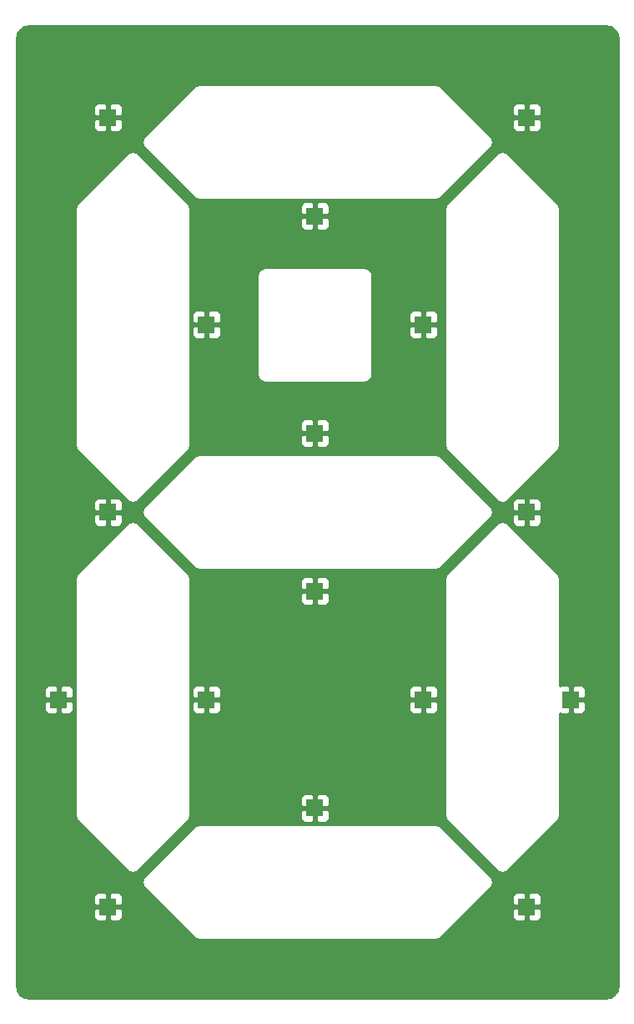
<source format=gbr>
G04 #@! TF.FileFunction,Copper,L2,Bot,Signal*
%FSLAX46Y46*%
G04 Gerber Fmt 4.6, Leading zero omitted, Abs format (unit mm)*
G04 Created by KiCad (PCBNEW 4.0.4+e1-6308~48~ubuntu16.04.1-stable) date Sun Jan 28 16:14:42 2018*
%MOMM*%
%LPD*%
G01*
G04 APERTURE LIST*
%ADD10C,0.100000*%
%ADD11R,1.700000X1.700000*%
%ADD12C,0.254000*%
G04 APERTURE END LIST*
D10*
D11*
X110000000Y-145000000D03*
X110000000Y-65000000D03*
X152500000Y-145000000D03*
X120000000Y-124000000D03*
X110000000Y-105000000D03*
X152500000Y-105000000D03*
X142000000Y-86000000D03*
X142000000Y-124000000D03*
X152500000Y-65000000D03*
X131000000Y-113000000D03*
X120000000Y-86000000D03*
X131000000Y-75000000D03*
X131000000Y-135000000D03*
X105000000Y-124000000D03*
X157000000Y-124000000D03*
X131000000Y-97000000D03*
D12*
G36*
X160988338Y-55821046D02*
X161402333Y-56097669D01*
X161678953Y-56511660D01*
X161790000Y-57069931D01*
X161790000Y-152930069D01*
X161678953Y-153488340D01*
X161402333Y-153902331D01*
X160988338Y-154178954D01*
X160430069Y-154290000D01*
X102069931Y-154290000D01*
X101511660Y-154178953D01*
X101097669Y-153902333D01*
X100821046Y-153488338D01*
X100710000Y-152930069D01*
X100710000Y-145285750D01*
X108515000Y-145285750D01*
X108515000Y-145976310D01*
X108611673Y-146209699D01*
X108790302Y-146388327D01*
X109023691Y-146485000D01*
X109714250Y-146485000D01*
X109873000Y-146326250D01*
X109873000Y-145127000D01*
X110127000Y-145127000D01*
X110127000Y-146326250D01*
X110285750Y-146485000D01*
X110976309Y-146485000D01*
X111209698Y-146388327D01*
X111388327Y-146209699D01*
X111485000Y-145976310D01*
X111485000Y-145285750D01*
X111326250Y-145127000D01*
X110127000Y-145127000D01*
X109873000Y-145127000D01*
X108673750Y-145127000D01*
X108515000Y-145285750D01*
X100710000Y-145285750D01*
X100710000Y-144023690D01*
X108515000Y-144023690D01*
X108515000Y-144714250D01*
X108673750Y-144873000D01*
X109873000Y-144873000D01*
X109873000Y-143673750D01*
X110127000Y-143673750D01*
X110127000Y-144873000D01*
X111326250Y-144873000D01*
X111485000Y-144714250D01*
X111485000Y-144023690D01*
X111388327Y-143790301D01*
X111209698Y-143611673D01*
X110976309Y-143515000D01*
X110285750Y-143515000D01*
X110127000Y-143673750D01*
X109873000Y-143673750D01*
X109714250Y-143515000D01*
X109023691Y-143515000D01*
X108790302Y-143611673D01*
X108611673Y-143790301D01*
X108515000Y-144023690D01*
X100710000Y-144023690D01*
X100710000Y-142500000D01*
X113435000Y-142500000D01*
X113498561Y-142819540D01*
X113679566Y-143090434D01*
X118679566Y-148090434D01*
X118950459Y-148271439D01*
X119270000Y-148335000D01*
X143230000Y-148335000D01*
X143549541Y-148271439D01*
X143820434Y-148090434D01*
X146625118Y-145285750D01*
X151015000Y-145285750D01*
X151015000Y-145976310D01*
X151111673Y-146209699D01*
X151290302Y-146388327D01*
X151523691Y-146485000D01*
X152214250Y-146485000D01*
X152373000Y-146326250D01*
X152373000Y-145127000D01*
X152627000Y-145127000D01*
X152627000Y-146326250D01*
X152785750Y-146485000D01*
X153476309Y-146485000D01*
X153709698Y-146388327D01*
X153888327Y-146209699D01*
X153985000Y-145976310D01*
X153985000Y-145285750D01*
X153826250Y-145127000D01*
X152627000Y-145127000D01*
X152373000Y-145127000D01*
X151173750Y-145127000D01*
X151015000Y-145285750D01*
X146625118Y-145285750D01*
X147887178Y-144023690D01*
X151015000Y-144023690D01*
X151015000Y-144714250D01*
X151173750Y-144873000D01*
X152373000Y-144873000D01*
X152373000Y-143673750D01*
X152627000Y-143673750D01*
X152627000Y-144873000D01*
X153826250Y-144873000D01*
X153985000Y-144714250D01*
X153985000Y-144023690D01*
X153888327Y-143790301D01*
X153709698Y-143611673D01*
X153476309Y-143515000D01*
X152785750Y-143515000D01*
X152627000Y-143673750D01*
X152373000Y-143673750D01*
X152214250Y-143515000D01*
X151523691Y-143515000D01*
X151290302Y-143611673D01*
X151111673Y-143790301D01*
X151015000Y-144023690D01*
X147887178Y-144023690D01*
X148820434Y-143090434D01*
X149001439Y-142819540D01*
X149065000Y-142500000D01*
X149001439Y-142180460D01*
X148820434Y-141909566D01*
X143820434Y-136909566D01*
X143549541Y-136728561D01*
X143230000Y-136665000D01*
X119270000Y-136665000D01*
X118950459Y-136728561D01*
X118679566Y-136909566D01*
X113679566Y-141909566D01*
X113498561Y-142180460D01*
X113435000Y-142500000D01*
X100710000Y-142500000D01*
X100710000Y-124285750D01*
X103515000Y-124285750D01*
X103515000Y-124976310D01*
X103611673Y-125209699D01*
X103790302Y-125388327D01*
X104023691Y-125485000D01*
X104714250Y-125485000D01*
X104873000Y-125326250D01*
X104873000Y-124127000D01*
X105127000Y-124127000D01*
X105127000Y-125326250D01*
X105285750Y-125485000D01*
X105976309Y-125485000D01*
X106209698Y-125388327D01*
X106388327Y-125209699D01*
X106485000Y-124976310D01*
X106485000Y-124285750D01*
X106326250Y-124127000D01*
X105127000Y-124127000D01*
X104873000Y-124127000D01*
X103673750Y-124127000D01*
X103515000Y-124285750D01*
X100710000Y-124285750D01*
X100710000Y-123023690D01*
X103515000Y-123023690D01*
X103515000Y-123714250D01*
X103673750Y-123873000D01*
X104873000Y-123873000D01*
X104873000Y-122673750D01*
X105127000Y-122673750D01*
X105127000Y-123873000D01*
X106326250Y-123873000D01*
X106485000Y-123714250D01*
X106485000Y-123023690D01*
X106388327Y-122790301D01*
X106209698Y-122611673D01*
X105976309Y-122515000D01*
X105285750Y-122515000D01*
X105127000Y-122673750D01*
X104873000Y-122673750D01*
X104714250Y-122515000D01*
X104023691Y-122515000D01*
X103790302Y-122611673D01*
X103611673Y-122790301D01*
X103515000Y-123023690D01*
X100710000Y-123023690D01*
X100710000Y-111770000D01*
X106665000Y-111770000D01*
X106665000Y-135730000D01*
X106728561Y-136049541D01*
X106835575Y-136209699D01*
X106909566Y-136320434D01*
X111909566Y-141320434D01*
X112180460Y-141501439D01*
X112500000Y-141565000D01*
X112819540Y-141501439D01*
X113090434Y-141320434D01*
X118090434Y-136320434D01*
X118164425Y-136209699D01*
X118271439Y-136049541D01*
X118335000Y-135730000D01*
X118335000Y-135285750D01*
X129515000Y-135285750D01*
X129515000Y-135976310D01*
X129611673Y-136209699D01*
X129790302Y-136388327D01*
X130023691Y-136485000D01*
X130714250Y-136485000D01*
X130873000Y-136326250D01*
X130873000Y-135127000D01*
X131127000Y-135127000D01*
X131127000Y-136326250D01*
X131285750Y-136485000D01*
X131976309Y-136485000D01*
X132209698Y-136388327D01*
X132388327Y-136209699D01*
X132485000Y-135976310D01*
X132485000Y-135285750D01*
X132326250Y-135127000D01*
X131127000Y-135127000D01*
X130873000Y-135127000D01*
X129673750Y-135127000D01*
X129515000Y-135285750D01*
X118335000Y-135285750D01*
X118335000Y-134023690D01*
X129515000Y-134023690D01*
X129515000Y-134714250D01*
X129673750Y-134873000D01*
X130873000Y-134873000D01*
X130873000Y-133673750D01*
X131127000Y-133673750D01*
X131127000Y-134873000D01*
X132326250Y-134873000D01*
X132485000Y-134714250D01*
X132485000Y-134023690D01*
X132388327Y-133790301D01*
X132209698Y-133611673D01*
X131976309Y-133515000D01*
X131285750Y-133515000D01*
X131127000Y-133673750D01*
X130873000Y-133673750D01*
X130714250Y-133515000D01*
X130023691Y-133515000D01*
X129790302Y-133611673D01*
X129611673Y-133790301D01*
X129515000Y-134023690D01*
X118335000Y-134023690D01*
X118335000Y-124285750D01*
X118515000Y-124285750D01*
X118515000Y-124976310D01*
X118611673Y-125209699D01*
X118790302Y-125388327D01*
X119023691Y-125485000D01*
X119714250Y-125485000D01*
X119873000Y-125326250D01*
X119873000Y-124127000D01*
X120127000Y-124127000D01*
X120127000Y-125326250D01*
X120285750Y-125485000D01*
X120976309Y-125485000D01*
X121209698Y-125388327D01*
X121388327Y-125209699D01*
X121485000Y-124976310D01*
X121485000Y-124285750D01*
X140515000Y-124285750D01*
X140515000Y-124976310D01*
X140611673Y-125209699D01*
X140790302Y-125388327D01*
X141023691Y-125485000D01*
X141714250Y-125485000D01*
X141873000Y-125326250D01*
X141873000Y-124127000D01*
X142127000Y-124127000D01*
X142127000Y-125326250D01*
X142285750Y-125485000D01*
X142976309Y-125485000D01*
X143209698Y-125388327D01*
X143388327Y-125209699D01*
X143485000Y-124976310D01*
X143485000Y-124285750D01*
X143326250Y-124127000D01*
X142127000Y-124127000D01*
X141873000Y-124127000D01*
X140673750Y-124127000D01*
X140515000Y-124285750D01*
X121485000Y-124285750D01*
X121326250Y-124127000D01*
X120127000Y-124127000D01*
X119873000Y-124127000D01*
X118673750Y-124127000D01*
X118515000Y-124285750D01*
X118335000Y-124285750D01*
X118335000Y-123023690D01*
X118515000Y-123023690D01*
X118515000Y-123714250D01*
X118673750Y-123873000D01*
X119873000Y-123873000D01*
X119873000Y-122673750D01*
X120127000Y-122673750D01*
X120127000Y-123873000D01*
X121326250Y-123873000D01*
X121485000Y-123714250D01*
X121485000Y-123023690D01*
X140515000Y-123023690D01*
X140515000Y-123714250D01*
X140673750Y-123873000D01*
X141873000Y-123873000D01*
X141873000Y-122673750D01*
X142127000Y-122673750D01*
X142127000Y-123873000D01*
X143326250Y-123873000D01*
X143485000Y-123714250D01*
X143485000Y-123023690D01*
X143388327Y-122790301D01*
X143209698Y-122611673D01*
X142976309Y-122515000D01*
X142285750Y-122515000D01*
X142127000Y-122673750D01*
X141873000Y-122673750D01*
X141714250Y-122515000D01*
X141023691Y-122515000D01*
X140790302Y-122611673D01*
X140611673Y-122790301D01*
X140515000Y-123023690D01*
X121485000Y-123023690D01*
X121388327Y-122790301D01*
X121209698Y-122611673D01*
X120976309Y-122515000D01*
X120285750Y-122515000D01*
X120127000Y-122673750D01*
X119873000Y-122673750D01*
X119714250Y-122515000D01*
X119023691Y-122515000D01*
X118790302Y-122611673D01*
X118611673Y-122790301D01*
X118515000Y-123023690D01*
X118335000Y-123023690D01*
X118335000Y-113285750D01*
X129515000Y-113285750D01*
X129515000Y-113976310D01*
X129611673Y-114209699D01*
X129790302Y-114388327D01*
X130023691Y-114485000D01*
X130714250Y-114485000D01*
X130873000Y-114326250D01*
X130873000Y-113127000D01*
X131127000Y-113127000D01*
X131127000Y-114326250D01*
X131285750Y-114485000D01*
X131976309Y-114485000D01*
X132209698Y-114388327D01*
X132388327Y-114209699D01*
X132485000Y-113976310D01*
X132485000Y-113285750D01*
X132326250Y-113127000D01*
X131127000Y-113127000D01*
X130873000Y-113127000D01*
X129673750Y-113127000D01*
X129515000Y-113285750D01*
X118335000Y-113285750D01*
X118335000Y-112023690D01*
X129515000Y-112023690D01*
X129515000Y-112714250D01*
X129673750Y-112873000D01*
X130873000Y-112873000D01*
X130873000Y-111673750D01*
X131127000Y-111673750D01*
X131127000Y-112873000D01*
X132326250Y-112873000D01*
X132485000Y-112714250D01*
X132485000Y-112023690D01*
X132388327Y-111790301D01*
X132368026Y-111770000D01*
X144165000Y-111770000D01*
X144165000Y-135730000D01*
X144228561Y-136049541D01*
X144335575Y-136209699D01*
X144409566Y-136320434D01*
X149409566Y-141320434D01*
X149680460Y-141501439D01*
X150000000Y-141565000D01*
X150319540Y-141501439D01*
X150590434Y-141320434D01*
X155590434Y-136320434D01*
X155664425Y-136209699D01*
X155771439Y-136049541D01*
X155835000Y-135730000D01*
X155835000Y-125406842D01*
X156023691Y-125485000D01*
X156714250Y-125485000D01*
X156873000Y-125326250D01*
X156873000Y-124127000D01*
X157127000Y-124127000D01*
X157127000Y-125326250D01*
X157285750Y-125485000D01*
X157976309Y-125485000D01*
X158209698Y-125388327D01*
X158388327Y-125209699D01*
X158485000Y-124976310D01*
X158485000Y-124285750D01*
X158326250Y-124127000D01*
X157127000Y-124127000D01*
X156873000Y-124127000D01*
X156853000Y-124127000D01*
X156853000Y-123873000D01*
X156873000Y-123873000D01*
X156873000Y-122673750D01*
X157127000Y-122673750D01*
X157127000Y-123873000D01*
X158326250Y-123873000D01*
X158485000Y-123714250D01*
X158485000Y-123023690D01*
X158388327Y-122790301D01*
X158209698Y-122611673D01*
X157976309Y-122515000D01*
X157285750Y-122515000D01*
X157127000Y-122673750D01*
X156873000Y-122673750D01*
X156714250Y-122515000D01*
X156023691Y-122515000D01*
X155835000Y-122593158D01*
X155835000Y-111770000D01*
X155771439Y-111450459D01*
X155590434Y-111179566D01*
X150590434Y-106179566D01*
X150319540Y-105998561D01*
X150000000Y-105935000D01*
X149680460Y-105998561D01*
X149409566Y-106179566D01*
X144409566Y-111179566D01*
X144228561Y-111450459D01*
X144165000Y-111770000D01*
X132368026Y-111770000D01*
X132209698Y-111611673D01*
X131976309Y-111515000D01*
X131285750Y-111515000D01*
X131127000Y-111673750D01*
X130873000Y-111673750D01*
X130714250Y-111515000D01*
X130023691Y-111515000D01*
X129790302Y-111611673D01*
X129611673Y-111790301D01*
X129515000Y-112023690D01*
X118335000Y-112023690D01*
X118335000Y-111770000D01*
X118271439Y-111450459D01*
X118090434Y-111179566D01*
X113090434Y-106179566D01*
X112819540Y-105998561D01*
X112500000Y-105935000D01*
X112180460Y-105998561D01*
X111909566Y-106179566D01*
X106909566Y-111179566D01*
X106728561Y-111450459D01*
X106665000Y-111770000D01*
X100710000Y-111770000D01*
X100710000Y-105285750D01*
X108515000Y-105285750D01*
X108515000Y-105976310D01*
X108611673Y-106209699D01*
X108790302Y-106388327D01*
X109023691Y-106485000D01*
X109714250Y-106485000D01*
X109873000Y-106326250D01*
X109873000Y-105127000D01*
X110127000Y-105127000D01*
X110127000Y-106326250D01*
X110285750Y-106485000D01*
X110976309Y-106485000D01*
X111209698Y-106388327D01*
X111388327Y-106209699D01*
X111485000Y-105976310D01*
X111485000Y-105285750D01*
X111326250Y-105127000D01*
X110127000Y-105127000D01*
X109873000Y-105127000D01*
X108673750Y-105127000D01*
X108515000Y-105285750D01*
X100710000Y-105285750D01*
X100710000Y-105000000D01*
X113435000Y-105000000D01*
X113498561Y-105319540D01*
X113679566Y-105590434D01*
X118679566Y-110590434D01*
X118950459Y-110771439D01*
X119270000Y-110835000D01*
X143230000Y-110835000D01*
X143549541Y-110771439D01*
X143820434Y-110590434D01*
X148820434Y-105590434D01*
X149001439Y-105319540D01*
X149008160Y-105285750D01*
X151015000Y-105285750D01*
X151015000Y-105976310D01*
X151111673Y-106209699D01*
X151290302Y-106388327D01*
X151523691Y-106485000D01*
X152214250Y-106485000D01*
X152373000Y-106326250D01*
X152373000Y-105127000D01*
X152627000Y-105127000D01*
X152627000Y-106326250D01*
X152785750Y-106485000D01*
X153476309Y-106485000D01*
X153709698Y-106388327D01*
X153888327Y-106209699D01*
X153985000Y-105976310D01*
X153985000Y-105285750D01*
X153826250Y-105127000D01*
X152627000Y-105127000D01*
X152373000Y-105127000D01*
X151173750Y-105127000D01*
X151015000Y-105285750D01*
X149008160Y-105285750D01*
X149065000Y-105000000D01*
X149001439Y-104680460D01*
X148820434Y-104409566D01*
X143820434Y-99409566D01*
X143549541Y-99228561D01*
X143230000Y-99165000D01*
X119270000Y-99165000D01*
X118950459Y-99228561D01*
X118679566Y-99409566D01*
X113679566Y-104409566D01*
X113498561Y-104680460D01*
X113435000Y-105000000D01*
X100710000Y-105000000D01*
X100710000Y-104023690D01*
X108515000Y-104023690D01*
X108515000Y-104714250D01*
X108673750Y-104873000D01*
X109873000Y-104873000D01*
X109873000Y-103673750D01*
X110127000Y-103673750D01*
X110127000Y-104873000D01*
X111326250Y-104873000D01*
X111485000Y-104714250D01*
X111485000Y-104023690D01*
X111388327Y-103790301D01*
X111209698Y-103611673D01*
X110976309Y-103515000D01*
X110285750Y-103515000D01*
X110127000Y-103673750D01*
X109873000Y-103673750D01*
X109714250Y-103515000D01*
X109023691Y-103515000D01*
X108790302Y-103611673D01*
X108611673Y-103790301D01*
X108515000Y-104023690D01*
X100710000Y-104023690D01*
X100710000Y-74270000D01*
X106665000Y-74270000D01*
X106665000Y-98230000D01*
X106728561Y-98549541D01*
X106909566Y-98820434D01*
X111909566Y-103820434D01*
X112180460Y-104001439D01*
X112500000Y-104065000D01*
X112819540Y-104001439D01*
X113090434Y-103820434D01*
X118090434Y-98820434D01*
X118271439Y-98549541D01*
X118335000Y-98230000D01*
X118335000Y-97285750D01*
X129515000Y-97285750D01*
X129515000Y-97976310D01*
X129611673Y-98209699D01*
X129790302Y-98388327D01*
X130023691Y-98485000D01*
X130714250Y-98485000D01*
X130873000Y-98326250D01*
X130873000Y-97127000D01*
X131127000Y-97127000D01*
X131127000Y-98326250D01*
X131285750Y-98485000D01*
X131976309Y-98485000D01*
X132209698Y-98388327D01*
X132388327Y-98209699D01*
X132485000Y-97976310D01*
X132485000Y-97285750D01*
X132326250Y-97127000D01*
X131127000Y-97127000D01*
X130873000Y-97127000D01*
X129673750Y-97127000D01*
X129515000Y-97285750D01*
X118335000Y-97285750D01*
X118335000Y-96023690D01*
X129515000Y-96023690D01*
X129515000Y-96714250D01*
X129673750Y-96873000D01*
X130873000Y-96873000D01*
X130873000Y-95673750D01*
X131127000Y-95673750D01*
X131127000Y-96873000D01*
X132326250Y-96873000D01*
X132485000Y-96714250D01*
X132485000Y-96023690D01*
X132388327Y-95790301D01*
X132209698Y-95611673D01*
X131976309Y-95515000D01*
X131285750Y-95515000D01*
X131127000Y-95673750D01*
X130873000Y-95673750D01*
X130714250Y-95515000D01*
X130023691Y-95515000D01*
X129790302Y-95611673D01*
X129611673Y-95790301D01*
X129515000Y-96023690D01*
X118335000Y-96023690D01*
X118335000Y-86285750D01*
X118515000Y-86285750D01*
X118515000Y-86976310D01*
X118611673Y-87209699D01*
X118790302Y-87388327D01*
X119023691Y-87485000D01*
X119714250Y-87485000D01*
X119873000Y-87326250D01*
X119873000Y-86127000D01*
X120127000Y-86127000D01*
X120127000Y-87326250D01*
X120285750Y-87485000D01*
X120976309Y-87485000D01*
X121209698Y-87388327D01*
X121388327Y-87209699D01*
X121485000Y-86976310D01*
X121485000Y-86285750D01*
X121326250Y-86127000D01*
X120127000Y-86127000D01*
X119873000Y-86127000D01*
X118673750Y-86127000D01*
X118515000Y-86285750D01*
X118335000Y-86285750D01*
X118335000Y-85023690D01*
X118515000Y-85023690D01*
X118515000Y-85714250D01*
X118673750Y-85873000D01*
X119873000Y-85873000D01*
X119873000Y-84673750D01*
X120127000Y-84673750D01*
X120127000Y-85873000D01*
X121326250Y-85873000D01*
X121485000Y-85714250D01*
X121485000Y-85023690D01*
X121388327Y-84790301D01*
X121209698Y-84611673D01*
X120976309Y-84515000D01*
X120285750Y-84515000D01*
X120127000Y-84673750D01*
X119873000Y-84673750D01*
X119714250Y-84515000D01*
X119023691Y-84515000D01*
X118790302Y-84611673D01*
X118611673Y-84790301D01*
X118515000Y-85023690D01*
X118335000Y-85023690D01*
X118335000Y-81000000D01*
X125165000Y-81000000D01*
X125165000Y-91000000D01*
X125228561Y-91319541D01*
X125409566Y-91590434D01*
X125680459Y-91771439D01*
X126000000Y-91835000D01*
X136000000Y-91835000D01*
X136319541Y-91771439D01*
X136590434Y-91590434D01*
X136771439Y-91319541D01*
X136835000Y-91000000D01*
X136835000Y-86285750D01*
X140515000Y-86285750D01*
X140515000Y-86976310D01*
X140611673Y-87209699D01*
X140790302Y-87388327D01*
X141023691Y-87485000D01*
X141714250Y-87485000D01*
X141873000Y-87326250D01*
X141873000Y-86127000D01*
X142127000Y-86127000D01*
X142127000Y-87326250D01*
X142285750Y-87485000D01*
X142976309Y-87485000D01*
X143209698Y-87388327D01*
X143388327Y-87209699D01*
X143485000Y-86976310D01*
X143485000Y-86285750D01*
X143326250Y-86127000D01*
X142127000Y-86127000D01*
X141873000Y-86127000D01*
X140673750Y-86127000D01*
X140515000Y-86285750D01*
X136835000Y-86285750D01*
X136835000Y-85023690D01*
X140515000Y-85023690D01*
X140515000Y-85714250D01*
X140673750Y-85873000D01*
X141873000Y-85873000D01*
X141873000Y-84673750D01*
X142127000Y-84673750D01*
X142127000Y-85873000D01*
X143326250Y-85873000D01*
X143485000Y-85714250D01*
X143485000Y-85023690D01*
X143388327Y-84790301D01*
X143209698Y-84611673D01*
X142976309Y-84515000D01*
X142285750Y-84515000D01*
X142127000Y-84673750D01*
X141873000Y-84673750D01*
X141714250Y-84515000D01*
X141023691Y-84515000D01*
X140790302Y-84611673D01*
X140611673Y-84790301D01*
X140515000Y-85023690D01*
X136835000Y-85023690D01*
X136835000Y-81000000D01*
X136771439Y-80680459D01*
X136590434Y-80409566D01*
X136319541Y-80228561D01*
X136000000Y-80165000D01*
X126000000Y-80165000D01*
X125680459Y-80228561D01*
X125409566Y-80409566D01*
X125228561Y-80680459D01*
X125165000Y-81000000D01*
X118335000Y-81000000D01*
X118335000Y-75285750D01*
X129515000Y-75285750D01*
X129515000Y-75976310D01*
X129611673Y-76209699D01*
X129790302Y-76388327D01*
X130023691Y-76485000D01*
X130714250Y-76485000D01*
X130873000Y-76326250D01*
X130873000Y-75127000D01*
X131127000Y-75127000D01*
X131127000Y-76326250D01*
X131285750Y-76485000D01*
X131976309Y-76485000D01*
X132209698Y-76388327D01*
X132388327Y-76209699D01*
X132485000Y-75976310D01*
X132485000Y-75285750D01*
X132326250Y-75127000D01*
X131127000Y-75127000D01*
X130873000Y-75127000D01*
X129673750Y-75127000D01*
X129515000Y-75285750D01*
X118335000Y-75285750D01*
X118335000Y-74270000D01*
X118286006Y-74023690D01*
X129515000Y-74023690D01*
X129515000Y-74714250D01*
X129673750Y-74873000D01*
X130873000Y-74873000D01*
X130873000Y-73673750D01*
X131127000Y-73673750D01*
X131127000Y-74873000D01*
X132326250Y-74873000D01*
X132485000Y-74714250D01*
X132485000Y-74270000D01*
X144165000Y-74270000D01*
X144165000Y-98230000D01*
X144228561Y-98549541D01*
X144409566Y-98820434D01*
X149409566Y-103820434D01*
X149680460Y-104001439D01*
X150000000Y-104065000D01*
X150207677Y-104023690D01*
X151015000Y-104023690D01*
X151015000Y-104714250D01*
X151173750Y-104873000D01*
X152373000Y-104873000D01*
X152373000Y-103673750D01*
X152627000Y-103673750D01*
X152627000Y-104873000D01*
X153826250Y-104873000D01*
X153985000Y-104714250D01*
X153985000Y-104023690D01*
X153888327Y-103790301D01*
X153709698Y-103611673D01*
X153476309Y-103515000D01*
X152785750Y-103515000D01*
X152627000Y-103673750D01*
X152373000Y-103673750D01*
X152214250Y-103515000D01*
X151523691Y-103515000D01*
X151290302Y-103611673D01*
X151111673Y-103790301D01*
X151015000Y-104023690D01*
X150207677Y-104023690D01*
X150319540Y-104001439D01*
X150590434Y-103820434D01*
X155590434Y-98820434D01*
X155771439Y-98549541D01*
X155835000Y-98230000D01*
X155835000Y-74270000D01*
X155771439Y-73950459D01*
X155590434Y-73679566D01*
X150590434Y-68679566D01*
X150319540Y-68498561D01*
X150000000Y-68435000D01*
X149680460Y-68498561D01*
X149409566Y-68679566D01*
X144409566Y-73679566D01*
X144228561Y-73950459D01*
X144165000Y-74270000D01*
X132485000Y-74270000D01*
X132485000Y-74023690D01*
X132388327Y-73790301D01*
X132209698Y-73611673D01*
X131976309Y-73515000D01*
X131285750Y-73515000D01*
X131127000Y-73673750D01*
X130873000Y-73673750D01*
X130714250Y-73515000D01*
X130023691Y-73515000D01*
X129790302Y-73611673D01*
X129611673Y-73790301D01*
X129515000Y-74023690D01*
X118286006Y-74023690D01*
X118271439Y-73950459D01*
X118090434Y-73679566D01*
X113090434Y-68679566D01*
X112819540Y-68498561D01*
X112500000Y-68435000D01*
X112180460Y-68498561D01*
X111909566Y-68679566D01*
X106909566Y-73679566D01*
X106728561Y-73950459D01*
X106665000Y-74270000D01*
X100710000Y-74270000D01*
X100710000Y-67500000D01*
X113435000Y-67500000D01*
X113498561Y-67819540D01*
X113679566Y-68090434D01*
X118679566Y-73090434D01*
X118950459Y-73271439D01*
X119270000Y-73335000D01*
X143230000Y-73335000D01*
X143549541Y-73271439D01*
X143820434Y-73090434D01*
X148820434Y-68090434D01*
X149001439Y-67819540D01*
X149065000Y-67500000D01*
X149001439Y-67180460D01*
X148820434Y-66909566D01*
X147196618Y-65285750D01*
X151015000Y-65285750D01*
X151015000Y-65976310D01*
X151111673Y-66209699D01*
X151290302Y-66388327D01*
X151523691Y-66485000D01*
X152214250Y-66485000D01*
X152373000Y-66326250D01*
X152373000Y-65127000D01*
X152627000Y-65127000D01*
X152627000Y-66326250D01*
X152785750Y-66485000D01*
X153476309Y-66485000D01*
X153709698Y-66388327D01*
X153888327Y-66209699D01*
X153985000Y-65976310D01*
X153985000Y-65285750D01*
X153826250Y-65127000D01*
X152627000Y-65127000D01*
X152373000Y-65127000D01*
X151173750Y-65127000D01*
X151015000Y-65285750D01*
X147196618Y-65285750D01*
X145934558Y-64023690D01*
X151015000Y-64023690D01*
X151015000Y-64714250D01*
X151173750Y-64873000D01*
X152373000Y-64873000D01*
X152373000Y-63673750D01*
X152627000Y-63673750D01*
X152627000Y-64873000D01*
X153826250Y-64873000D01*
X153985000Y-64714250D01*
X153985000Y-64023690D01*
X153888327Y-63790301D01*
X153709698Y-63611673D01*
X153476309Y-63515000D01*
X152785750Y-63515000D01*
X152627000Y-63673750D01*
X152373000Y-63673750D01*
X152214250Y-63515000D01*
X151523691Y-63515000D01*
X151290302Y-63611673D01*
X151111673Y-63790301D01*
X151015000Y-64023690D01*
X145934558Y-64023690D01*
X143820434Y-61909566D01*
X143549541Y-61728561D01*
X143230000Y-61665000D01*
X119270000Y-61665000D01*
X118950459Y-61728561D01*
X118679566Y-61909566D01*
X113679566Y-66909566D01*
X113498561Y-67180460D01*
X113435000Y-67500000D01*
X100710000Y-67500000D01*
X100710000Y-65285750D01*
X108515000Y-65285750D01*
X108515000Y-65976310D01*
X108611673Y-66209699D01*
X108790302Y-66388327D01*
X109023691Y-66485000D01*
X109714250Y-66485000D01*
X109873000Y-66326250D01*
X109873000Y-65127000D01*
X110127000Y-65127000D01*
X110127000Y-66326250D01*
X110285750Y-66485000D01*
X110976309Y-66485000D01*
X111209698Y-66388327D01*
X111388327Y-66209699D01*
X111485000Y-65976310D01*
X111485000Y-65285750D01*
X111326250Y-65127000D01*
X110127000Y-65127000D01*
X109873000Y-65127000D01*
X108673750Y-65127000D01*
X108515000Y-65285750D01*
X100710000Y-65285750D01*
X100710000Y-64023690D01*
X108515000Y-64023690D01*
X108515000Y-64714250D01*
X108673750Y-64873000D01*
X109873000Y-64873000D01*
X109873000Y-63673750D01*
X110127000Y-63673750D01*
X110127000Y-64873000D01*
X111326250Y-64873000D01*
X111485000Y-64714250D01*
X111485000Y-64023690D01*
X111388327Y-63790301D01*
X111209698Y-63611673D01*
X110976309Y-63515000D01*
X110285750Y-63515000D01*
X110127000Y-63673750D01*
X109873000Y-63673750D01*
X109714250Y-63515000D01*
X109023691Y-63515000D01*
X108790302Y-63611673D01*
X108611673Y-63790301D01*
X108515000Y-64023690D01*
X100710000Y-64023690D01*
X100710000Y-57069931D01*
X100821046Y-56511662D01*
X101097669Y-56097667D01*
X101511660Y-55821047D01*
X102069931Y-55710000D01*
X160430069Y-55710000D01*
X160988338Y-55821046D01*
X160988338Y-55821046D01*
G37*
X160988338Y-55821046D02*
X161402333Y-56097669D01*
X161678953Y-56511660D01*
X161790000Y-57069931D01*
X161790000Y-152930069D01*
X161678953Y-153488340D01*
X161402333Y-153902331D01*
X160988338Y-154178954D01*
X160430069Y-154290000D01*
X102069931Y-154290000D01*
X101511660Y-154178953D01*
X101097669Y-153902333D01*
X100821046Y-153488338D01*
X100710000Y-152930069D01*
X100710000Y-145285750D01*
X108515000Y-145285750D01*
X108515000Y-145976310D01*
X108611673Y-146209699D01*
X108790302Y-146388327D01*
X109023691Y-146485000D01*
X109714250Y-146485000D01*
X109873000Y-146326250D01*
X109873000Y-145127000D01*
X110127000Y-145127000D01*
X110127000Y-146326250D01*
X110285750Y-146485000D01*
X110976309Y-146485000D01*
X111209698Y-146388327D01*
X111388327Y-146209699D01*
X111485000Y-145976310D01*
X111485000Y-145285750D01*
X111326250Y-145127000D01*
X110127000Y-145127000D01*
X109873000Y-145127000D01*
X108673750Y-145127000D01*
X108515000Y-145285750D01*
X100710000Y-145285750D01*
X100710000Y-144023690D01*
X108515000Y-144023690D01*
X108515000Y-144714250D01*
X108673750Y-144873000D01*
X109873000Y-144873000D01*
X109873000Y-143673750D01*
X110127000Y-143673750D01*
X110127000Y-144873000D01*
X111326250Y-144873000D01*
X111485000Y-144714250D01*
X111485000Y-144023690D01*
X111388327Y-143790301D01*
X111209698Y-143611673D01*
X110976309Y-143515000D01*
X110285750Y-143515000D01*
X110127000Y-143673750D01*
X109873000Y-143673750D01*
X109714250Y-143515000D01*
X109023691Y-143515000D01*
X108790302Y-143611673D01*
X108611673Y-143790301D01*
X108515000Y-144023690D01*
X100710000Y-144023690D01*
X100710000Y-142500000D01*
X113435000Y-142500000D01*
X113498561Y-142819540D01*
X113679566Y-143090434D01*
X118679566Y-148090434D01*
X118950459Y-148271439D01*
X119270000Y-148335000D01*
X143230000Y-148335000D01*
X143549541Y-148271439D01*
X143820434Y-148090434D01*
X146625118Y-145285750D01*
X151015000Y-145285750D01*
X151015000Y-145976310D01*
X151111673Y-146209699D01*
X151290302Y-146388327D01*
X151523691Y-146485000D01*
X152214250Y-146485000D01*
X152373000Y-146326250D01*
X152373000Y-145127000D01*
X152627000Y-145127000D01*
X152627000Y-146326250D01*
X152785750Y-146485000D01*
X153476309Y-146485000D01*
X153709698Y-146388327D01*
X153888327Y-146209699D01*
X153985000Y-145976310D01*
X153985000Y-145285750D01*
X153826250Y-145127000D01*
X152627000Y-145127000D01*
X152373000Y-145127000D01*
X151173750Y-145127000D01*
X151015000Y-145285750D01*
X146625118Y-145285750D01*
X147887178Y-144023690D01*
X151015000Y-144023690D01*
X151015000Y-144714250D01*
X151173750Y-144873000D01*
X152373000Y-144873000D01*
X152373000Y-143673750D01*
X152627000Y-143673750D01*
X152627000Y-144873000D01*
X153826250Y-144873000D01*
X153985000Y-144714250D01*
X153985000Y-144023690D01*
X153888327Y-143790301D01*
X153709698Y-143611673D01*
X153476309Y-143515000D01*
X152785750Y-143515000D01*
X152627000Y-143673750D01*
X152373000Y-143673750D01*
X152214250Y-143515000D01*
X151523691Y-143515000D01*
X151290302Y-143611673D01*
X151111673Y-143790301D01*
X151015000Y-144023690D01*
X147887178Y-144023690D01*
X148820434Y-143090434D01*
X149001439Y-142819540D01*
X149065000Y-142500000D01*
X149001439Y-142180460D01*
X148820434Y-141909566D01*
X143820434Y-136909566D01*
X143549541Y-136728561D01*
X143230000Y-136665000D01*
X119270000Y-136665000D01*
X118950459Y-136728561D01*
X118679566Y-136909566D01*
X113679566Y-141909566D01*
X113498561Y-142180460D01*
X113435000Y-142500000D01*
X100710000Y-142500000D01*
X100710000Y-124285750D01*
X103515000Y-124285750D01*
X103515000Y-124976310D01*
X103611673Y-125209699D01*
X103790302Y-125388327D01*
X104023691Y-125485000D01*
X104714250Y-125485000D01*
X104873000Y-125326250D01*
X104873000Y-124127000D01*
X105127000Y-124127000D01*
X105127000Y-125326250D01*
X105285750Y-125485000D01*
X105976309Y-125485000D01*
X106209698Y-125388327D01*
X106388327Y-125209699D01*
X106485000Y-124976310D01*
X106485000Y-124285750D01*
X106326250Y-124127000D01*
X105127000Y-124127000D01*
X104873000Y-124127000D01*
X103673750Y-124127000D01*
X103515000Y-124285750D01*
X100710000Y-124285750D01*
X100710000Y-123023690D01*
X103515000Y-123023690D01*
X103515000Y-123714250D01*
X103673750Y-123873000D01*
X104873000Y-123873000D01*
X104873000Y-122673750D01*
X105127000Y-122673750D01*
X105127000Y-123873000D01*
X106326250Y-123873000D01*
X106485000Y-123714250D01*
X106485000Y-123023690D01*
X106388327Y-122790301D01*
X106209698Y-122611673D01*
X105976309Y-122515000D01*
X105285750Y-122515000D01*
X105127000Y-122673750D01*
X104873000Y-122673750D01*
X104714250Y-122515000D01*
X104023691Y-122515000D01*
X103790302Y-122611673D01*
X103611673Y-122790301D01*
X103515000Y-123023690D01*
X100710000Y-123023690D01*
X100710000Y-111770000D01*
X106665000Y-111770000D01*
X106665000Y-135730000D01*
X106728561Y-136049541D01*
X106835575Y-136209699D01*
X106909566Y-136320434D01*
X111909566Y-141320434D01*
X112180460Y-141501439D01*
X112500000Y-141565000D01*
X112819540Y-141501439D01*
X113090434Y-141320434D01*
X118090434Y-136320434D01*
X118164425Y-136209699D01*
X118271439Y-136049541D01*
X118335000Y-135730000D01*
X118335000Y-135285750D01*
X129515000Y-135285750D01*
X129515000Y-135976310D01*
X129611673Y-136209699D01*
X129790302Y-136388327D01*
X130023691Y-136485000D01*
X130714250Y-136485000D01*
X130873000Y-136326250D01*
X130873000Y-135127000D01*
X131127000Y-135127000D01*
X131127000Y-136326250D01*
X131285750Y-136485000D01*
X131976309Y-136485000D01*
X132209698Y-136388327D01*
X132388327Y-136209699D01*
X132485000Y-135976310D01*
X132485000Y-135285750D01*
X132326250Y-135127000D01*
X131127000Y-135127000D01*
X130873000Y-135127000D01*
X129673750Y-135127000D01*
X129515000Y-135285750D01*
X118335000Y-135285750D01*
X118335000Y-134023690D01*
X129515000Y-134023690D01*
X129515000Y-134714250D01*
X129673750Y-134873000D01*
X130873000Y-134873000D01*
X130873000Y-133673750D01*
X131127000Y-133673750D01*
X131127000Y-134873000D01*
X132326250Y-134873000D01*
X132485000Y-134714250D01*
X132485000Y-134023690D01*
X132388327Y-133790301D01*
X132209698Y-133611673D01*
X131976309Y-133515000D01*
X131285750Y-133515000D01*
X131127000Y-133673750D01*
X130873000Y-133673750D01*
X130714250Y-133515000D01*
X130023691Y-133515000D01*
X129790302Y-133611673D01*
X129611673Y-133790301D01*
X129515000Y-134023690D01*
X118335000Y-134023690D01*
X118335000Y-124285750D01*
X118515000Y-124285750D01*
X118515000Y-124976310D01*
X118611673Y-125209699D01*
X118790302Y-125388327D01*
X119023691Y-125485000D01*
X119714250Y-125485000D01*
X119873000Y-125326250D01*
X119873000Y-124127000D01*
X120127000Y-124127000D01*
X120127000Y-125326250D01*
X120285750Y-125485000D01*
X120976309Y-125485000D01*
X121209698Y-125388327D01*
X121388327Y-125209699D01*
X121485000Y-124976310D01*
X121485000Y-124285750D01*
X140515000Y-124285750D01*
X140515000Y-124976310D01*
X140611673Y-125209699D01*
X140790302Y-125388327D01*
X141023691Y-125485000D01*
X141714250Y-125485000D01*
X141873000Y-125326250D01*
X141873000Y-124127000D01*
X142127000Y-124127000D01*
X142127000Y-125326250D01*
X142285750Y-125485000D01*
X142976309Y-125485000D01*
X143209698Y-125388327D01*
X143388327Y-125209699D01*
X143485000Y-124976310D01*
X143485000Y-124285750D01*
X143326250Y-124127000D01*
X142127000Y-124127000D01*
X141873000Y-124127000D01*
X140673750Y-124127000D01*
X140515000Y-124285750D01*
X121485000Y-124285750D01*
X121326250Y-124127000D01*
X120127000Y-124127000D01*
X119873000Y-124127000D01*
X118673750Y-124127000D01*
X118515000Y-124285750D01*
X118335000Y-124285750D01*
X118335000Y-123023690D01*
X118515000Y-123023690D01*
X118515000Y-123714250D01*
X118673750Y-123873000D01*
X119873000Y-123873000D01*
X119873000Y-122673750D01*
X120127000Y-122673750D01*
X120127000Y-123873000D01*
X121326250Y-123873000D01*
X121485000Y-123714250D01*
X121485000Y-123023690D01*
X140515000Y-123023690D01*
X140515000Y-123714250D01*
X140673750Y-123873000D01*
X141873000Y-123873000D01*
X141873000Y-122673750D01*
X142127000Y-122673750D01*
X142127000Y-123873000D01*
X143326250Y-123873000D01*
X143485000Y-123714250D01*
X143485000Y-123023690D01*
X143388327Y-122790301D01*
X143209698Y-122611673D01*
X142976309Y-122515000D01*
X142285750Y-122515000D01*
X142127000Y-122673750D01*
X141873000Y-122673750D01*
X141714250Y-122515000D01*
X141023691Y-122515000D01*
X140790302Y-122611673D01*
X140611673Y-122790301D01*
X140515000Y-123023690D01*
X121485000Y-123023690D01*
X121388327Y-122790301D01*
X121209698Y-122611673D01*
X120976309Y-122515000D01*
X120285750Y-122515000D01*
X120127000Y-122673750D01*
X119873000Y-122673750D01*
X119714250Y-122515000D01*
X119023691Y-122515000D01*
X118790302Y-122611673D01*
X118611673Y-122790301D01*
X118515000Y-123023690D01*
X118335000Y-123023690D01*
X118335000Y-113285750D01*
X129515000Y-113285750D01*
X129515000Y-113976310D01*
X129611673Y-114209699D01*
X129790302Y-114388327D01*
X130023691Y-114485000D01*
X130714250Y-114485000D01*
X130873000Y-114326250D01*
X130873000Y-113127000D01*
X131127000Y-113127000D01*
X131127000Y-114326250D01*
X131285750Y-114485000D01*
X131976309Y-114485000D01*
X132209698Y-114388327D01*
X132388327Y-114209699D01*
X132485000Y-113976310D01*
X132485000Y-113285750D01*
X132326250Y-113127000D01*
X131127000Y-113127000D01*
X130873000Y-113127000D01*
X129673750Y-113127000D01*
X129515000Y-113285750D01*
X118335000Y-113285750D01*
X118335000Y-112023690D01*
X129515000Y-112023690D01*
X129515000Y-112714250D01*
X129673750Y-112873000D01*
X130873000Y-112873000D01*
X130873000Y-111673750D01*
X131127000Y-111673750D01*
X131127000Y-112873000D01*
X132326250Y-112873000D01*
X132485000Y-112714250D01*
X132485000Y-112023690D01*
X132388327Y-111790301D01*
X132368026Y-111770000D01*
X144165000Y-111770000D01*
X144165000Y-135730000D01*
X144228561Y-136049541D01*
X144335575Y-136209699D01*
X144409566Y-136320434D01*
X149409566Y-141320434D01*
X149680460Y-141501439D01*
X150000000Y-141565000D01*
X150319540Y-141501439D01*
X150590434Y-141320434D01*
X155590434Y-136320434D01*
X155664425Y-136209699D01*
X155771439Y-136049541D01*
X155835000Y-135730000D01*
X155835000Y-125406842D01*
X156023691Y-125485000D01*
X156714250Y-125485000D01*
X156873000Y-125326250D01*
X156873000Y-124127000D01*
X157127000Y-124127000D01*
X157127000Y-125326250D01*
X157285750Y-125485000D01*
X157976309Y-125485000D01*
X158209698Y-125388327D01*
X158388327Y-125209699D01*
X158485000Y-124976310D01*
X158485000Y-124285750D01*
X158326250Y-124127000D01*
X157127000Y-124127000D01*
X156873000Y-124127000D01*
X156853000Y-124127000D01*
X156853000Y-123873000D01*
X156873000Y-123873000D01*
X156873000Y-122673750D01*
X157127000Y-122673750D01*
X157127000Y-123873000D01*
X158326250Y-123873000D01*
X158485000Y-123714250D01*
X158485000Y-123023690D01*
X158388327Y-122790301D01*
X158209698Y-122611673D01*
X157976309Y-122515000D01*
X157285750Y-122515000D01*
X157127000Y-122673750D01*
X156873000Y-122673750D01*
X156714250Y-122515000D01*
X156023691Y-122515000D01*
X155835000Y-122593158D01*
X155835000Y-111770000D01*
X155771439Y-111450459D01*
X155590434Y-111179566D01*
X150590434Y-106179566D01*
X150319540Y-105998561D01*
X150000000Y-105935000D01*
X149680460Y-105998561D01*
X149409566Y-106179566D01*
X144409566Y-111179566D01*
X144228561Y-111450459D01*
X144165000Y-111770000D01*
X132368026Y-111770000D01*
X132209698Y-111611673D01*
X131976309Y-111515000D01*
X131285750Y-111515000D01*
X131127000Y-111673750D01*
X130873000Y-111673750D01*
X130714250Y-111515000D01*
X130023691Y-111515000D01*
X129790302Y-111611673D01*
X129611673Y-111790301D01*
X129515000Y-112023690D01*
X118335000Y-112023690D01*
X118335000Y-111770000D01*
X118271439Y-111450459D01*
X118090434Y-111179566D01*
X113090434Y-106179566D01*
X112819540Y-105998561D01*
X112500000Y-105935000D01*
X112180460Y-105998561D01*
X111909566Y-106179566D01*
X106909566Y-111179566D01*
X106728561Y-111450459D01*
X106665000Y-111770000D01*
X100710000Y-111770000D01*
X100710000Y-105285750D01*
X108515000Y-105285750D01*
X108515000Y-105976310D01*
X108611673Y-106209699D01*
X108790302Y-106388327D01*
X109023691Y-106485000D01*
X109714250Y-106485000D01*
X109873000Y-106326250D01*
X109873000Y-105127000D01*
X110127000Y-105127000D01*
X110127000Y-106326250D01*
X110285750Y-106485000D01*
X110976309Y-106485000D01*
X111209698Y-106388327D01*
X111388327Y-106209699D01*
X111485000Y-105976310D01*
X111485000Y-105285750D01*
X111326250Y-105127000D01*
X110127000Y-105127000D01*
X109873000Y-105127000D01*
X108673750Y-105127000D01*
X108515000Y-105285750D01*
X100710000Y-105285750D01*
X100710000Y-105000000D01*
X113435000Y-105000000D01*
X113498561Y-105319540D01*
X113679566Y-105590434D01*
X118679566Y-110590434D01*
X118950459Y-110771439D01*
X119270000Y-110835000D01*
X143230000Y-110835000D01*
X143549541Y-110771439D01*
X143820434Y-110590434D01*
X148820434Y-105590434D01*
X149001439Y-105319540D01*
X149008160Y-105285750D01*
X151015000Y-105285750D01*
X151015000Y-105976310D01*
X151111673Y-106209699D01*
X151290302Y-106388327D01*
X151523691Y-106485000D01*
X152214250Y-106485000D01*
X152373000Y-106326250D01*
X152373000Y-105127000D01*
X152627000Y-105127000D01*
X152627000Y-106326250D01*
X152785750Y-106485000D01*
X153476309Y-106485000D01*
X153709698Y-106388327D01*
X153888327Y-106209699D01*
X153985000Y-105976310D01*
X153985000Y-105285750D01*
X153826250Y-105127000D01*
X152627000Y-105127000D01*
X152373000Y-105127000D01*
X151173750Y-105127000D01*
X151015000Y-105285750D01*
X149008160Y-105285750D01*
X149065000Y-105000000D01*
X149001439Y-104680460D01*
X148820434Y-104409566D01*
X143820434Y-99409566D01*
X143549541Y-99228561D01*
X143230000Y-99165000D01*
X119270000Y-99165000D01*
X118950459Y-99228561D01*
X118679566Y-99409566D01*
X113679566Y-104409566D01*
X113498561Y-104680460D01*
X113435000Y-105000000D01*
X100710000Y-105000000D01*
X100710000Y-104023690D01*
X108515000Y-104023690D01*
X108515000Y-104714250D01*
X108673750Y-104873000D01*
X109873000Y-104873000D01*
X109873000Y-103673750D01*
X110127000Y-103673750D01*
X110127000Y-104873000D01*
X111326250Y-104873000D01*
X111485000Y-104714250D01*
X111485000Y-104023690D01*
X111388327Y-103790301D01*
X111209698Y-103611673D01*
X110976309Y-103515000D01*
X110285750Y-103515000D01*
X110127000Y-103673750D01*
X109873000Y-103673750D01*
X109714250Y-103515000D01*
X109023691Y-103515000D01*
X108790302Y-103611673D01*
X108611673Y-103790301D01*
X108515000Y-104023690D01*
X100710000Y-104023690D01*
X100710000Y-74270000D01*
X106665000Y-74270000D01*
X106665000Y-98230000D01*
X106728561Y-98549541D01*
X106909566Y-98820434D01*
X111909566Y-103820434D01*
X112180460Y-104001439D01*
X112500000Y-104065000D01*
X112819540Y-104001439D01*
X113090434Y-103820434D01*
X118090434Y-98820434D01*
X118271439Y-98549541D01*
X118335000Y-98230000D01*
X118335000Y-97285750D01*
X129515000Y-97285750D01*
X129515000Y-97976310D01*
X129611673Y-98209699D01*
X129790302Y-98388327D01*
X130023691Y-98485000D01*
X130714250Y-98485000D01*
X130873000Y-98326250D01*
X130873000Y-97127000D01*
X131127000Y-97127000D01*
X131127000Y-98326250D01*
X131285750Y-98485000D01*
X131976309Y-98485000D01*
X132209698Y-98388327D01*
X132388327Y-98209699D01*
X132485000Y-97976310D01*
X132485000Y-97285750D01*
X132326250Y-97127000D01*
X131127000Y-97127000D01*
X130873000Y-97127000D01*
X129673750Y-97127000D01*
X129515000Y-97285750D01*
X118335000Y-97285750D01*
X118335000Y-96023690D01*
X129515000Y-96023690D01*
X129515000Y-96714250D01*
X129673750Y-96873000D01*
X130873000Y-96873000D01*
X130873000Y-95673750D01*
X131127000Y-95673750D01*
X131127000Y-96873000D01*
X132326250Y-96873000D01*
X132485000Y-96714250D01*
X132485000Y-96023690D01*
X132388327Y-95790301D01*
X132209698Y-95611673D01*
X131976309Y-95515000D01*
X131285750Y-95515000D01*
X131127000Y-95673750D01*
X130873000Y-95673750D01*
X130714250Y-95515000D01*
X130023691Y-95515000D01*
X129790302Y-95611673D01*
X129611673Y-95790301D01*
X129515000Y-96023690D01*
X118335000Y-96023690D01*
X118335000Y-86285750D01*
X118515000Y-86285750D01*
X118515000Y-86976310D01*
X118611673Y-87209699D01*
X118790302Y-87388327D01*
X119023691Y-87485000D01*
X119714250Y-87485000D01*
X119873000Y-87326250D01*
X119873000Y-86127000D01*
X120127000Y-86127000D01*
X120127000Y-87326250D01*
X120285750Y-87485000D01*
X120976309Y-87485000D01*
X121209698Y-87388327D01*
X121388327Y-87209699D01*
X121485000Y-86976310D01*
X121485000Y-86285750D01*
X121326250Y-86127000D01*
X120127000Y-86127000D01*
X119873000Y-86127000D01*
X118673750Y-86127000D01*
X118515000Y-86285750D01*
X118335000Y-86285750D01*
X118335000Y-85023690D01*
X118515000Y-85023690D01*
X118515000Y-85714250D01*
X118673750Y-85873000D01*
X119873000Y-85873000D01*
X119873000Y-84673750D01*
X120127000Y-84673750D01*
X120127000Y-85873000D01*
X121326250Y-85873000D01*
X121485000Y-85714250D01*
X121485000Y-85023690D01*
X121388327Y-84790301D01*
X121209698Y-84611673D01*
X120976309Y-84515000D01*
X120285750Y-84515000D01*
X120127000Y-84673750D01*
X119873000Y-84673750D01*
X119714250Y-84515000D01*
X119023691Y-84515000D01*
X118790302Y-84611673D01*
X118611673Y-84790301D01*
X118515000Y-85023690D01*
X118335000Y-85023690D01*
X118335000Y-81000000D01*
X125165000Y-81000000D01*
X125165000Y-91000000D01*
X125228561Y-91319541D01*
X125409566Y-91590434D01*
X125680459Y-91771439D01*
X126000000Y-91835000D01*
X136000000Y-91835000D01*
X136319541Y-91771439D01*
X136590434Y-91590434D01*
X136771439Y-91319541D01*
X136835000Y-91000000D01*
X136835000Y-86285750D01*
X140515000Y-86285750D01*
X140515000Y-86976310D01*
X140611673Y-87209699D01*
X140790302Y-87388327D01*
X141023691Y-87485000D01*
X141714250Y-87485000D01*
X141873000Y-87326250D01*
X141873000Y-86127000D01*
X142127000Y-86127000D01*
X142127000Y-87326250D01*
X142285750Y-87485000D01*
X142976309Y-87485000D01*
X143209698Y-87388327D01*
X143388327Y-87209699D01*
X143485000Y-86976310D01*
X143485000Y-86285750D01*
X143326250Y-86127000D01*
X142127000Y-86127000D01*
X141873000Y-86127000D01*
X140673750Y-86127000D01*
X140515000Y-86285750D01*
X136835000Y-86285750D01*
X136835000Y-85023690D01*
X140515000Y-85023690D01*
X140515000Y-85714250D01*
X140673750Y-85873000D01*
X141873000Y-85873000D01*
X141873000Y-84673750D01*
X142127000Y-84673750D01*
X142127000Y-85873000D01*
X143326250Y-85873000D01*
X143485000Y-85714250D01*
X143485000Y-85023690D01*
X143388327Y-84790301D01*
X143209698Y-84611673D01*
X142976309Y-84515000D01*
X142285750Y-84515000D01*
X142127000Y-84673750D01*
X141873000Y-84673750D01*
X141714250Y-84515000D01*
X141023691Y-84515000D01*
X140790302Y-84611673D01*
X140611673Y-84790301D01*
X140515000Y-85023690D01*
X136835000Y-85023690D01*
X136835000Y-81000000D01*
X136771439Y-80680459D01*
X136590434Y-80409566D01*
X136319541Y-80228561D01*
X136000000Y-80165000D01*
X126000000Y-80165000D01*
X125680459Y-80228561D01*
X125409566Y-80409566D01*
X125228561Y-80680459D01*
X125165000Y-81000000D01*
X118335000Y-81000000D01*
X118335000Y-75285750D01*
X129515000Y-75285750D01*
X129515000Y-75976310D01*
X129611673Y-76209699D01*
X129790302Y-76388327D01*
X130023691Y-76485000D01*
X130714250Y-76485000D01*
X130873000Y-76326250D01*
X130873000Y-75127000D01*
X131127000Y-75127000D01*
X131127000Y-76326250D01*
X131285750Y-76485000D01*
X131976309Y-76485000D01*
X132209698Y-76388327D01*
X132388327Y-76209699D01*
X132485000Y-75976310D01*
X132485000Y-75285750D01*
X132326250Y-75127000D01*
X131127000Y-75127000D01*
X130873000Y-75127000D01*
X129673750Y-75127000D01*
X129515000Y-75285750D01*
X118335000Y-75285750D01*
X118335000Y-74270000D01*
X118286006Y-74023690D01*
X129515000Y-74023690D01*
X129515000Y-74714250D01*
X129673750Y-74873000D01*
X130873000Y-74873000D01*
X130873000Y-73673750D01*
X131127000Y-73673750D01*
X131127000Y-74873000D01*
X132326250Y-74873000D01*
X132485000Y-74714250D01*
X132485000Y-74270000D01*
X144165000Y-74270000D01*
X144165000Y-98230000D01*
X144228561Y-98549541D01*
X144409566Y-98820434D01*
X149409566Y-103820434D01*
X149680460Y-104001439D01*
X150000000Y-104065000D01*
X150207677Y-104023690D01*
X151015000Y-104023690D01*
X151015000Y-104714250D01*
X151173750Y-104873000D01*
X152373000Y-104873000D01*
X152373000Y-103673750D01*
X152627000Y-103673750D01*
X152627000Y-104873000D01*
X153826250Y-104873000D01*
X153985000Y-104714250D01*
X153985000Y-104023690D01*
X153888327Y-103790301D01*
X153709698Y-103611673D01*
X153476309Y-103515000D01*
X152785750Y-103515000D01*
X152627000Y-103673750D01*
X152373000Y-103673750D01*
X152214250Y-103515000D01*
X151523691Y-103515000D01*
X151290302Y-103611673D01*
X151111673Y-103790301D01*
X151015000Y-104023690D01*
X150207677Y-104023690D01*
X150319540Y-104001439D01*
X150590434Y-103820434D01*
X155590434Y-98820434D01*
X155771439Y-98549541D01*
X155835000Y-98230000D01*
X155835000Y-74270000D01*
X155771439Y-73950459D01*
X155590434Y-73679566D01*
X150590434Y-68679566D01*
X150319540Y-68498561D01*
X150000000Y-68435000D01*
X149680460Y-68498561D01*
X149409566Y-68679566D01*
X144409566Y-73679566D01*
X144228561Y-73950459D01*
X144165000Y-74270000D01*
X132485000Y-74270000D01*
X132485000Y-74023690D01*
X132388327Y-73790301D01*
X132209698Y-73611673D01*
X131976309Y-73515000D01*
X131285750Y-73515000D01*
X131127000Y-73673750D01*
X130873000Y-73673750D01*
X130714250Y-73515000D01*
X130023691Y-73515000D01*
X129790302Y-73611673D01*
X129611673Y-73790301D01*
X129515000Y-74023690D01*
X118286006Y-74023690D01*
X118271439Y-73950459D01*
X118090434Y-73679566D01*
X113090434Y-68679566D01*
X112819540Y-68498561D01*
X112500000Y-68435000D01*
X112180460Y-68498561D01*
X111909566Y-68679566D01*
X106909566Y-73679566D01*
X106728561Y-73950459D01*
X106665000Y-74270000D01*
X100710000Y-74270000D01*
X100710000Y-67500000D01*
X113435000Y-67500000D01*
X113498561Y-67819540D01*
X113679566Y-68090434D01*
X118679566Y-73090434D01*
X118950459Y-73271439D01*
X119270000Y-73335000D01*
X143230000Y-73335000D01*
X143549541Y-73271439D01*
X143820434Y-73090434D01*
X148820434Y-68090434D01*
X149001439Y-67819540D01*
X149065000Y-67500000D01*
X149001439Y-67180460D01*
X148820434Y-66909566D01*
X147196618Y-65285750D01*
X151015000Y-65285750D01*
X151015000Y-65976310D01*
X151111673Y-66209699D01*
X151290302Y-66388327D01*
X151523691Y-66485000D01*
X152214250Y-66485000D01*
X152373000Y-66326250D01*
X152373000Y-65127000D01*
X152627000Y-65127000D01*
X152627000Y-66326250D01*
X152785750Y-66485000D01*
X153476309Y-66485000D01*
X153709698Y-66388327D01*
X153888327Y-66209699D01*
X153985000Y-65976310D01*
X153985000Y-65285750D01*
X153826250Y-65127000D01*
X152627000Y-65127000D01*
X152373000Y-65127000D01*
X151173750Y-65127000D01*
X151015000Y-65285750D01*
X147196618Y-65285750D01*
X145934558Y-64023690D01*
X151015000Y-64023690D01*
X151015000Y-64714250D01*
X151173750Y-64873000D01*
X152373000Y-64873000D01*
X152373000Y-63673750D01*
X152627000Y-63673750D01*
X152627000Y-64873000D01*
X153826250Y-64873000D01*
X153985000Y-64714250D01*
X153985000Y-64023690D01*
X153888327Y-63790301D01*
X153709698Y-63611673D01*
X153476309Y-63515000D01*
X152785750Y-63515000D01*
X152627000Y-63673750D01*
X152373000Y-63673750D01*
X152214250Y-63515000D01*
X151523691Y-63515000D01*
X151290302Y-63611673D01*
X151111673Y-63790301D01*
X151015000Y-64023690D01*
X145934558Y-64023690D01*
X143820434Y-61909566D01*
X143549541Y-61728561D01*
X143230000Y-61665000D01*
X119270000Y-61665000D01*
X118950459Y-61728561D01*
X118679566Y-61909566D01*
X113679566Y-66909566D01*
X113498561Y-67180460D01*
X113435000Y-67500000D01*
X100710000Y-67500000D01*
X100710000Y-65285750D01*
X108515000Y-65285750D01*
X108515000Y-65976310D01*
X108611673Y-66209699D01*
X108790302Y-66388327D01*
X109023691Y-66485000D01*
X109714250Y-66485000D01*
X109873000Y-66326250D01*
X109873000Y-65127000D01*
X110127000Y-65127000D01*
X110127000Y-66326250D01*
X110285750Y-66485000D01*
X110976309Y-66485000D01*
X111209698Y-66388327D01*
X111388327Y-66209699D01*
X111485000Y-65976310D01*
X111485000Y-65285750D01*
X111326250Y-65127000D01*
X110127000Y-65127000D01*
X109873000Y-65127000D01*
X108673750Y-65127000D01*
X108515000Y-65285750D01*
X100710000Y-65285750D01*
X100710000Y-64023690D01*
X108515000Y-64023690D01*
X108515000Y-64714250D01*
X108673750Y-64873000D01*
X109873000Y-64873000D01*
X109873000Y-63673750D01*
X110127000Y-63673750D01*
X110127000Y-64873000D01*
X111326250Y-64873000D01*
X111485000Y-64714250D01*
X111485000Y-64023690D01*
X111388327Y-63790301D01*
X111209698Y-63611673D01*
X110976309Y-63515000D01*
X110285750Y-63515000D01*
X110127000Y-63673750D01*
X109873000Y-63673750D01*
X109714250Y-63515000D01*
X109023691Y-63515000D01*
X108790302Y-63611673D01*
X108611673Y-63790301D01*
X108515000Y-64023690D01*
X100710000Y-64023690D01*
X100710000Y-57069931D01*
X100821046Y-56511662D01*
X101097669Y-56097667D01*
X101511660Y-55821047D01*
X102069931Y-55710000D01*
X160430069Y-55710000D01*
X160988338Y-55821046D01*
M02*

</source>
